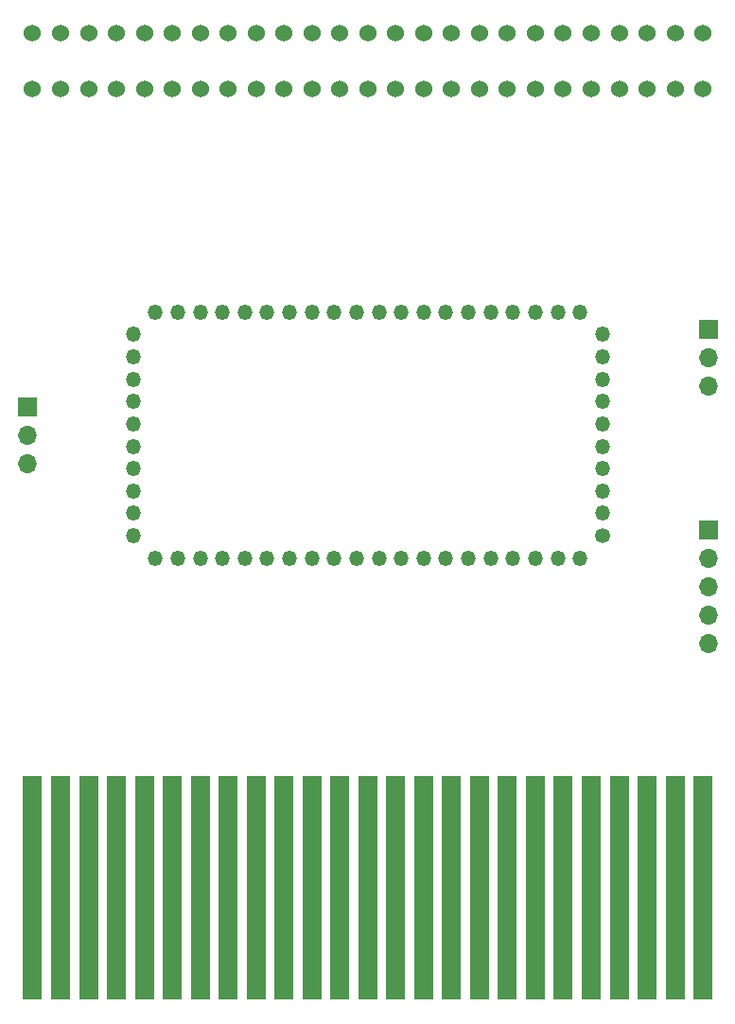
<source format=gbr>
%TF.GenerationSoftware,KiCad,Pcbnew,8.0.7*%
%TF.CreationDate,2024-12-26T20:26:29-06:00*%
%TF.ProjectId,n64_gamecat_rp2350b,6e36345f-6761-46d6-9563-61745f727032,rev?*%
%TF.SameCoordinates,Original*%
%TF.FileFunction,Soldermask,Bot*%
%TF.FilePolarity,Negative*%
%FSLAX46Y46*%
G04 Gerber Fmt 4.6, Leading zero omitted, Abs format (unit mm)*
G04 Created by KiCad (PCBNEW 8.0.7) date 2024-12-26 20:26:29*
%MOMM*%
%LPD*%
G01*
G04 APERTURE LIST*
%ADD10R,1.800000X20.000000*%
%ADD11C,1.350000*%
%ADD12O,1.350000X1.350000*%
%ADD13R,1.700000X1.700000*%
%ADD14O,1.700000X1.700000*%
%ADD15C,1.524000*%
G04 APERTURE END LIST*
D10*
%TO.C,U3*%
X104000000Y-143000000D03*
X106500000Y-143000000D03*
X109000000Y-143000000D03*
X111500000Y-143000000D03*
X114000000Y-143000000D03*
X116500000Y-143000000D03*
X119000000Y-143000000D03*
X121500000Y-143000000D03*
X124000000Y-143000000D03*
X126500000Y-143000000D03*
X129000000Y-143000000D03*
X131500000Y-143000000D03*
X134000000Y-143000000D03*
X136500000Y-143000000D03*
X139000000Y-143000000D03*
X141500000Y-143000000D03*
X144000000Y-143000000D03*
X146500000Y-143000000D03*
X149000000Y-143000000D03*
X151500000Y-143000000D03*
X154000000Y-143000000D03*
X156500000Y-143000000D03*
X159000000Y-143000000D03*
X161500000Y-143000000D03*
X164000000Y-143000000D03*
%TD*%
D11*
%TO.C,U4*%
X155000000Y-111500000D03*
D12*
X155000000Y-109500000D03*
X155000000Y-107500000D03*
X155000000Y-105500000D03*
X155000000Y-103500000D03*
X155000000Y-101500000D03*
X155000000Y-99500000D03*
X155000000Y-97500000D03*
X155000000Y-95500000D03*
X155000000Y-93500000D03*
X153000000Y-91500000D03*
X151000000Y-91500000D03*
X149000000Y-91500000D03*
X147000000Y-91500000D03*
X145000000Y-91500000D03*
X143000000Y-91500000D03*
X141000000Y-91500000D03*
X139000000Y-91500000D03*
X137000000Y-91500000D03*
X135000000Y-91500000D03*
X133000000Y-91500000D03*
X131000000Y-91500000D03*
X129000000Y-91500000D03*
X127000000Y-91500000D03*
X125000000Y-91500000D03*
X123000000Y-91500000D03*
X121000000Y-91500000D03*
X119000000Y-91500000D03*
X117000000Y-91500000D03*
X115000000Y-91500000D03*
X113000000Y-93500000D03*
X113000000Y-95500000D03*
X113000000Y-97500000D03*
X113000000Y-99500000D03*
X113000000Y-101500000D03*
X113000000Y-103500000D03*
X113000000Y-105500000D03*
X113000000Y-107500000D03*
X113000000Y-109500000D03*
X113000000Y-111500000D03*
X115000000Y-113500000D03*
X117000000Y-113500000D03*
X119000000Y-113500000D03*
X121000000Y-113500000D03*
X123000000Y-113500000D03*
X125000000Y-113500000D03*
X127000000Y-113500000D03*
X129000000Y-113500000D03*
X131000000Y-113500000D03*
X133000000Y-113500000D03*
X135000000Y-113500000D03*
X137000000Y-113500000D03*
X139000000Y-113500000D03*
X141000000Y-113500000D03*
X143000000Y-113500000D03*
X145000000Y-113500000D03*
X147000000Y-113500000D03*
X149000000Y-113500000D03*
X151000000Y-113500000D03*
X153000000Y-113500000D03*
%TD*%
D13*
%TO.C,J3*%
X164500000Y-111000000D03*
D14*
X164500000Y-113540000D03*
X164500000Y-116080000D03*
X164500000Y-118620000D03*
X164500000Y-121160000D03*
%TD*%
D13*
%TO.C,J1*%
X164500000Y-93000000D03*
D14*
X164500000Y-95540000D03*
X164500000Y-98080000D03*
%TD*%
D13*
%TO.C,J2*%
X103500000Y-100000000D03*
D14*
X103500000Y-102540000D03*
X103500000Y-105080000D03*
%TD*%
D15*
%TO.C,U2*%
X104000000Y-71500000D03*
X106500000Y-71500000D03*
X109000000Y-71500000D03*
X111500000Y-71500000D03*
X114000000Y-71500000D03*
X116500000Y-71500000D03*
X119000000Y-71500000D03*
X121500000Y-71500000D03*
X124000000Y-71500000D03*
X126500000Y-71500000D03*
X129000000Y-71500000D03*
X131500000Y-71500000D03*
X134000000Y-71500000D03*
X136500000Y-71500000D03*
X139000000Y-71500000D03*
X141500000Y-71500000D03*
X144000000Y-71500000D03*
X146500000Y-71500000D03*
X149000000Y-71500000D03*
X151500000Y-71500000D03*
X154000000Y-71500000D03*
X156500000Y-71500000D03*
X159000000Y-71500000D03*
X161500000Y-71500000D03*
X164000000Y-71500000D03*
X104000000Y-66500000D03*
X106500000Y-66500000D03*
X109000000Y-66500000D03*
X111500000Y-66500000D03*
X114000000Y-66500000D03*
X116500000Y-66500000D03*
X119000000Y-66500000D03*
X121500000Y-66500000D03*
X124000000Y-66500000D03*
X126500000Y-66500000D03*
X129000000Y-66500000D03*
X131500000Y-66500000D03*
X134000000Y-66500000D03*
X136500000Y-66500000D03*
X139000000Y-66500000D03*
X141500000Y-66500000D03*
X144000000Y-66500000D03*
X146500000Y-66500000D03*
X149000000Y-66500000D03*
X151500000Y-66500000D03*
X154000000Y-66500000D03*
X156500000Y-66500000D03*
X159000000Y-66500000D03*
X161500000Y-66500000D03*
X164000000Y-66500000D03*
%TD*%
M02*

</source>
